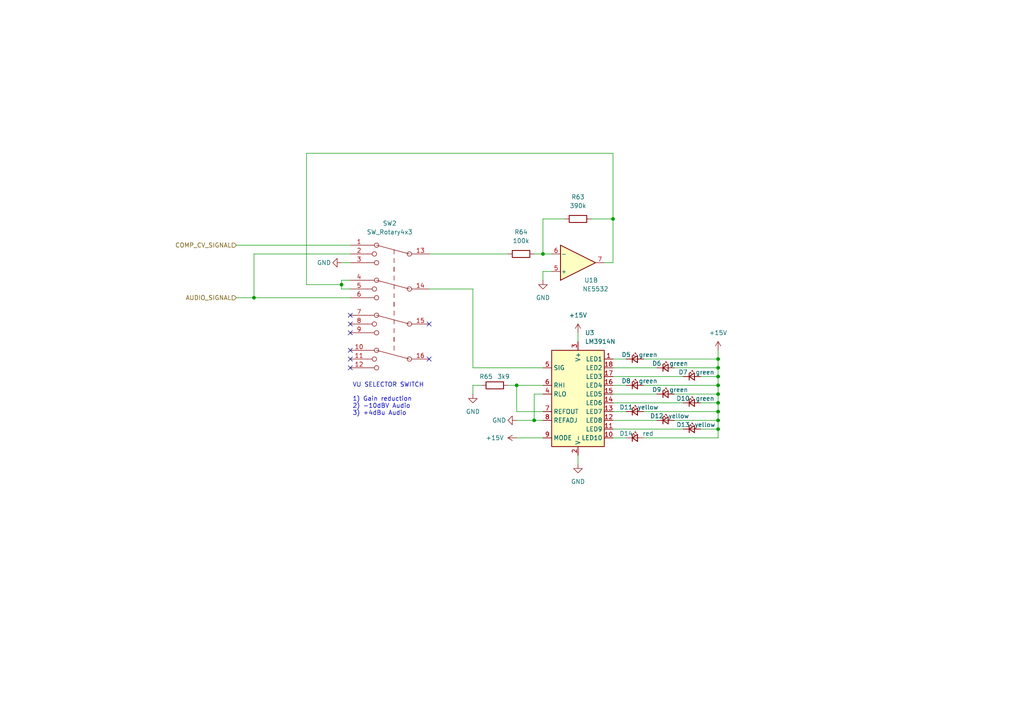
<source format=kicad_sch>
(kicad_sch (version 20211123) (generator eeschema)
  (paper "A4")
  (title_block (title "Wiggly EQ") (date "2022-08-01") (rev "0") (comment 2 "creativecommons.org/licenses/by/4.0") (comment 3 "License: CC by 4.0") (comment 4 "Author: Jordan Aceto"))
  (lib_symbols
    (symbol "Amplifier_Operational:NE5532" (pin_names (offset 0.127))
      (property "Reference" "U" (at 0 5.08 0))
      (property "Value" "NE5532" (at 0 -5.08 0))
      (symbol "NE5532_1_1"
        (polyline (pts (xy -5.08 5.08) (xy 5.08 0) (xy -5.08 -5.08) (xy -5.08 5.08)) (stroke (width 0.254)) (fill (type background)))
        (pin output line (at 7.62 0 180) (length 2.54) (name "~") (number "1"))
        (pin input line (at -7.62 -2.54 0) (length 2.54) (name "-") (number "2"))
        (pin input line (at -7.62 2.54 0) (length 2.54) (name "+") (number "3"))
      )
      (symbol "NE5532_2_1"
        (polyline (pts (xy -5.08 5.08) (xy 5.08 0) (xy -5.08 -5.08) (xy -5.08 5.08)) (stroke (width 0.254)) (fill (type background)))
        (pin input line (at -7.62 2.54 0) (length 2.54) (name "+") (number "5"))
        (pin input line (at -7.62 -2.54 0) (length 2.54) (name "-") (number "6"))
        (pin output line (at 7.62 0 180) (length 2.54) (name "~") (number "7"))
      )
      (symbol "NE5532_3_1"
        (pin power_in line (at -2.54 -7.62 90) (length 3.81) (name "V-") (number "4"))
        (pin power_in line (at -2.54 7.62 270) (length 3.81) (name "V+") (number "8"))
      )
    )
    (symbol "Device:LED_Small" (pin_numbers hide) (pin_names (offset 0.254) hide)
      (property "Reference" "D" (at -1.27 3.175 0))
      (property "Value" "LED_Small" (at -4.445 -2.54 0))
      (symbol "LED_Small_0_1"
        (polyline (pts (xy -0.762 -1.016) (xy -0.762 1.016)) (stroke (width 0.254)))
        (polyline (pts (xy 1.016 0) (xy -0.762 0)))
        (polyline (pts (xy 0.762 -1.016) (xy -0.762 0) (xy 0.762 1.016) (xy 0.762 -1.016)) (stroke (width 0.254)))
        (polyline (pts (xy 0 0.762) (xy -0.508 1.27) (xy -0.254 1.27) (xy -0.508 1.27) (xy -0.508 1.016)))
        (polyline (pts (xy 0.508 1.27) (xy 0 1.778) (xy 0.254 1.778) (xy 0 1.778) (xy 0 1.524)))
      )
      (symbol "LED_Small_1_1"
        (pin passive line (at -2.54 0 0) (length 1.778) (name "K") (number "1"))
        (pin passive line (at 2.54 0 180) (length 1.778) (name "A") (number "2"))
      )
    )
    (symbol "Device:R" (pin_numbers hide) (pin_names (offset 0))
      (property "Reference" "R" (at 2.032 0 90))
      (property "Value" "R" (at 0 0 90))
      (symbol "R_0_1"
        (rectangle (start -1.016 -2.54) (end 1.016 2.54) (stroke (width 0.254)))
      )
      (symbol "R_1_1"
        (pin passive line (at 0 3.81 270) (length 1.27) (name "~") (number "1"))
        (pin passive line (at 0 -3.81 90) (length 1.27) (name "~") (number "2"))
      )
    )
    (symbol "Driver_LED:LM3914N"
      (property "Reference" "U" (at -6.35 14.224 0))
      (property "Value" "LM3914N" (at 5.588 14.224 0))
      (symbol "LM3914N_0_1"
        (rectangle (start -7.62 12.7) (end 7.62 -15.24) (stroke (width 0.254)) (fill (type background)))
      )
      (symbol "LM3914N_1_1"
        (pin open_collector line (at 10.16 10.16 180) (length 2.54) (name "LED1") (number "1"))
        (pin open_collector line (at 10.16 -12.7 180) (length 2.54) (name "LED10") (number "10"))
        (pin open_collector line (at 10.16 -10.16 180) (length 2.54) (name "LED9") (number "11"))
        (pin open_collector line (at 10.16 -7.62 180) (length 2.54) (name "LED8") (number "12"))
        (pin open_collector line (at 10.16 -5.08 180) (length 2.54) (name "LED7") (number "13"))
        (pin open_collector line (at 10.16 -2.54 180) (length 2.54) (name "LED6") (number "14"))
        (pin open_collector line (at 10.16 0 180) (length 2.54) (name "LED5") (number "15"))
        (pin open_collector line (at 10.16 2.54 180) (length 2.54) (name "LED4") (number "16"))
        (pin open_collector line (at 10.16 5.08 180) (length 2.54) (name "LED3") (number "17"))
        (pin open_collector line (at 10.16 7.62 180) (length 2.54) (name "LED2") (number "18"))
        (pin power_in line (at 0 -17.78 90) (length 2.54) (name "V-") (number "2"))
        (pin power_in line (at 0 15.24 270) (length 2.54) (name "V+") (number "3"))
        (pin input line (at -10.16 0 0) (length 2.54) (name "RLO") (number "4"))
        (pin input line (at -10.16 7.62 0) (length 2.54) (name "SIG") (number "5"))
        (pin input line (at -10.16 2.54 0) (length 2.54) (name "RHI") (number "6"))
        (pin output line (at -10.16 -5.08 0) (length 2.54) (name "REFOUT") (number "7"))
        (pin input line (at -10.16 -7.62 0) (length 2.54) (name "REFADJ") (number "8"))
        (pin input line (at -10.16 -12.7 0) (length 2.54) (name "MODE") (number "9"))
      )
    )
    (symbol "Switch:SW_Rotary4x3" (pin_names (offset 1.016) hide)
      (property "Reference" "SW" (at 0 20.32 0))
      (property "Value" "SW_Rotary4x3" (at 0 -20.32 0))
      (symbol "SW_Rotary4x3_0_0"
        (circle (center -4.445 -15.24) (radius 0.635))
        (circle (center -4.445 -5.08) (radius 0.635))
        (circle (center -4.445 5.08) (radius 0.635))
        (circle (center -4.445 15.24) (radius 0.635))
        (polyline (pts (xy -4.445 -15.24) (xy 5.08 -12.7)))
        (polyline (pts (xy -4.445 -5.08) (xy 5.08 -2.54)))
        (polyline (pts (xy -4.445 5.08) (xy 5.08 7.62)))
        (polyline (pts (xy -4.445 15.24) (xy 5.08 17.78)))
        (polyline (pts (xy 0 -12.7) (xy 0 -11.43)))
        (polyline (pts (xy 0 -10.16) (xy 0 -8.89)))
        (polyline (pts (xy 0 -10.16) (xy 0 -8.89)))
        (polyline (pts (xy 0 -7.62) (xy 0 -6.35)))
        (polyline (pts (xy 0 -5.08) (xy 0 -3.81)))
        (polyline (pts (xy 0 -2.54) (xy 0 -1.27)))
        (polyline (pts (xy 0 0) (xy 0 1.27)))
        (polyline (pts (xy 0 0) (xy 0 1.27)))
        (polyline (pts (xy 0 2.54) (xy 0 3.81)))
        (polyline (pts (xy 0 5.08) (xy 0 6.35)))
        (polyline (pts (xy 0 7.62) (xy 0 8.89)))
        (polyline (pts (xy 0 10.16) (xy 0 11.43)))
        (polyline (pts (xy 0 10.16) (xy 0 11.43)))
        (polyline (pts (xy 0 12.7) (xy 0 13.97)))
        (polyline (pts (xy 0 15.24) (xy 0 16.51)))
        (polyline (pts (xy 5.715 -17.78) (xy 7.62 -17.78)))
        (polyline (pts (xy 5.715 -12.7) (xy 7.62 -12.7)))
        (polyline (pts (xy 5.715 -7.62) (xy 7.62 -7.62)))
        (polyline (pts (xy 5.715 -2.54) (xy 7.62 -2.54)))
        (polyline (pts (xy 5.715 2.54) (xy 7.62 2.54)))
        (polyline (pts (xy 5.715 7.62) (xy 7.62 7.62)))
        (polyline (pts (xy 5.715 12.7) (xy 7.62 12.7)))
        (polyline (pts (xy 5.715 17.78) (xy 7.62 17.78)))
        (polyline (pts (xy 6.35 -15.24) (xy 7.62 -15.24)))
        (polyline (pts (xy 6.35 -5.08) (xy 7.62 -5.08)))
        (polyline (pts (xy 6.35 5.08) (xy 7.62 5.08)))
        (polyline (pts (xy 6.35 15.24) (xy 7.62 15.24)))
        (circle (center 5.08 -17.78) (radius 0.635))
        (circle (center 5.08 -12.7) (radius 0.635))
        (circle (center 5.08 -7.62) (radius 0.635))
        (circle (center 5.08 -2.54) (radius 0.635))
        (circle (center 5.08 2.54) (radius 0.635))
        (circle (center 5.08 7.62) (radius 0.635))
        (circle (center 5.08 12.7) (radius 0.635))
        (circle (center 5.08 17.78) (radius 0.635))
        (circle (center 5.715 -15.24) (radius 0.635))
        (circle (center 5.715 -5.08) (radius 0.635))
        (circle (center 5.715 5.08) (radius 0.635))
        (circle (center 5.715 15.24) (radius 0.635))
      )
      (symbol "SW_Rotary4x3_0_1"
        (pin passive line (at 12.7 17.78 180) (length 5.08) (name "1") (number "1"))
        (pin passive line (at 12.7 -12.7 180) (length 5.08) (name "10") (number "10"))
        (pin passive line (at 12.7 -15.24 180) (length 5.08) (name "11") (number "11"))
        (pin passive line (at 12.7 -17.78 180) (length 5.08) (name "12") (number "12"))
        (pin passive line (at -10.16 15.24 0) (length 5.08) (name "13") (number "13"))
        (pin passive line (at -10.16 5.08 0) (length 5.08) (name "14") (number "14"))
        (pin passive line (at -10.16 -5.08 0) (length 5.08) (name "15") (number "15"))
        (pin passive line (at -10.16 -15.24 0) (length 5.08) (name "16") (number "16"))
        (pin passive line (at 12.7 15.24 180) (length 5.08) (name "2") (number "2"))
        (pin passive line (at 12.7 12.7 180) (length 5.08) (name "3") (number "3"))
        (pin passive line (at 12.7 7.62 180) (length 5.08) (name "4") (number "4"))
        (pin passive line (at 12.7 5.08 180) (length 5.08) (name "5") (number "5"))
        (pin passive line (at 12.7 2.54 180) (length 5.08) (name "6") (number "6"))
        (pin passive line (at 12.7 -2.54 180) (length 5.08) (name "7") (number "7"))
        (pin passive line (at 12.7 -5.08 180) (length 5.08) (name "8") (number "8"))
        (pin passive line (at 12.7 -7.62 180) (length 5.08) (name "9") (number "9"))
      )
    )
    (symbol "power:+15V" (power) (pin_names (offset 0))
      (property "Value" "+15V" (at 0 3.556 0))
      (symbol "+15V_0_1"
        (polyline (pts (xy -0.762 1.27) (xy 0 2.54)))
        (polyline (pts (xy 0 0) (xy 0 2.54)))
        (polyline (pts (xy 0 2.54) (xy 0.762 1.27)))
      )
      (symbol "+15V_1_1"
        (pin power_in line (at 0 0 90) (length 0) hide (name "+15V") (number "1"))
      )
    )
    (symbol "power:GND" (power) (pin_names (offset 0))
      (property "Value" "GND" (at 0 -3.81 0))
      (symbol "GND_0_1"
        (polyline (pts (xy 0 0) (xy 0 -1.27) (xy 1.27 -1.27) (xy 0 -2.54) (xy -1.27 -1.27) (xy 0 -1.27)))
      )
      (symbol "GND_1_1"
        (pin power_in line (at 0 0 270) (length 0) hide (name "GND") (number "1"))
      )
    )
  )
  (junction (at 208.28 104.14))
  (junction (at 208.28 106.68))
  (junction (at 208.28 124.46))
  (junction (at 154.94 121.92))
  (junction (at 208.28 109.22))
  (junction (at 157.48 73.66))
  (junction (at 177.8 63.5))
  (junction (at 208.28 119.38))
  (junction (at 208.28 116.84))
  (junction (at 208.28 111.76))
  (junction (at 73.66 86.36))
  (junction (at 99.06 82.55))
  (junction (at 208.28 114.3))
  (junction (at 149.86 111.76))
  (junction (at 208.28 121.92))
  (no_connect (at 124.46 93.98))
  (no_connect (at 124.46 104.14))
  (no_connect (at 101.6 104.14))
  (no_connect (at 101.6 91.44))
  (no_connect (at 101.6 93.98))
  (no_connect (at 101.6 96.52))
  (no_connect (at 101.6 101.6))
  (no_connect (at 101.6 106.68))
  (wire (pts (xy 157.48 63.5) (xy 163.83 63.5)))
  (wire (pts (xy 73.66 86.36) (xy 73.66 73.66)))
  (wire (pts (xy 203.2 116.84) (xy 208.28 116.84)))
  (wire (pts (xy 208.28 109.22) (xy 208.28 111.76)))
  (wire (pts (xy 195.58 121.92) (xy 208.28 121.92)))
  (wire (pts (xy 177.8 119.38) (xy 181.61 119.38)))
  (wire (pts (xy 99.06 83.82) (xy 99.06 82.55)))
  (wire (pts (xy 73.66 73.66) (xy 101.6 73.66)))
  (wire (pts (xy 177.8 106.68) (xy 190.5 106.68)))
  (wire (pts (xy 137.16 111.76) (xy 139.7 111.76)))
  (wire (pts (xy 177.8 124.46) (xy 198.12 124.46)))
  (wire (pts (xy 149.86 127) (xy 157.48 127)))
  (wire (pts (xy 208.28 106.68) (xy 208.28 109.22)))
  (wire (pts (xy 157.48 78.74) (xy 157.48 81.28)))
  (wire (pts (xy 177.8 44.45) (xy 88.9 44.45)))
  (wire (pts (xy 149.86 119.38) (xy 149.86 111.76)))
  (wire (pts (xy 186.69 119.38) (xy 208.28 119.38)))
  (wire (pts (xy 208.28 104.14) (xy 208.28 106.68)))
  (wire (pts (xy 208.28 119.38) (xy 208.28 121.92)))
  (wire (pts (xy 137.16 106.68) (xy 157.48 106.68)))
  (wire (pts (xy 177.8 109.22) (xy 198.12 109.22)))
  (wire (pts (xy 68.58 71.12) (xy 101.6 71.12)))
  (wire (pts (xy 208.28 111.76) (xy 208.28 114.3)))
  (wire (pts (xy 88.9 82.55) (xy 99.06 82.55)))
  (wire (pts (xy 177.8 127) (xy 181.61 127)))
  (wire (pts (xy 147.32 111.76) (xy 149.86 111.76)))
  (wire (pts (xy 195.58 114.3) (xy 208.28 114.3)))
  (wire (pts (xy 208.28 114.3) (xy 208.28 116.84)))
  (wire (pts (xy 177.8 114.3) (xy 190.5 114.3)))
  (wire (pts (xy 137.16 83.82) (xy 124.46 83.82)))
  (wire (pts (xy 208.28 121.92) (xy 208.28 124.46)))
  (wire (pts (xy 208.28 101.6) (xy 208.28 104.14)))
  (wire (pts (xy 154.94 121.92) (xy 149.86 121.92)))
  (wire (pts (xy 177.8 63.5) (xy 177.8 44.45)))
  (wire (pts (xy 177.8 121.92) (xy 190.5 121.92)))
  (wire (pts (xy 157.48 121.92) (xy 154.94 121.92)))
  (wire (pts (xy 203.2 124.46) (xy 208.28 124.46)))
  (wire (pts (xy 68.58 86.36) (xy 73.66 86.36)))
  (wire (pts (xy 177.8 111.76) (xy 181.61 111.76)))
  (wire (pts (xy 177.8 116.84) (xy 198.12 116.84)))
  (wire (pts (xy 149.86 111.76) (xy 157.48 111.76)))
  (wire (pts (xy 157.48 73.66) (xy 157.48 63.5)))
  (wire (pts (xy 208.28 116.84) (xy 208.28 119.38)))
  (wire (pts (xy 208.28 104.14) (xy 186.69 104.14)))
  (wire (pts (xy 88.9 44.45) (xy 88.9 82.55)))
  (wire (pts (xy 177.8 63.5) (xy 171.45 63.5)))
  (wire (pts (xy 177.8 104.14) (xy 181.61 104.14)))
  (wire (pts (xy 167.64 132.08) (xy 167.64 134.62)))
  (wire (pts (xy 186.69 111.76) (xy 208.28 111.76)))
  (wire (pts (xy 101.6 83.82) (xy 99.06 83.82)))
  (wire (pts (xy 99.06 81.28) (xy 101.6 81.28)))
  (wire (pts (xy 208.28 127) (xy 208.28 124.46)))
  (wire (pts (xy 208.28 109.22) (xy 203.2 109.22)))
  (wire (pts (xy 137.16 106.68) (xy 137.16 83.82)))
  (wire (pts (xy 157.48 119.38) (xy 149.86 119.38)))
  (wire (pts (xy 101.6 86.36) (xy 73.66 86.36)))
  (wire (pts (xy 137.16 111.76) (xy 137.16 114.3)))
  (wire (pts (xy 175.26 76.2) (xy 177.8 76.2)))
  (wire (pts (xy 157.48 114.3) (xy 154.94 114.3)))
  (wire (pts (xy 157.48 78.74) (xy 160.02 78.74)))
  (wire (pts (xy 99.06 82.55) (xy 99.06 81.28)))
  (wire (pts (xy 124.46 73.66) (xy 147.32 73.66)))
  (wire (pts (xy 101.6 76.2) (xy 99.06 76.2)))
  (wire (pts (xy 186.69 127) (xy 208.28 127)))
  (wire (pts (xy 154.94 114.3) (xy 154.94 121.92)))
  (wire (pts (xy 154.94 73.66) (xy 157.48 73.66)))
  (wire (pts (xy 167.64 96.52) (xy 167.64 99.06)))
  (wire (pts (xy 195.58 106.68) (xy 208.28 106.68)))
  (wire (pts (xy 157.48 73.66) (xy 160.02 73.66)))
  (wire (pts (xy 177.8 76.2) (xy 177.8 63.5)))
  (text "VU SELECTOR SWITCH\n\n1) Gain reduction\n2) -10dBV Audio\n3) +4dBu Audio" (at 102.235 120.65 0) (effects (font (size 1.27 1.27)) (justify left bottom)))
  (hierarchical_label "COMP_CV_SIGNAL" (shape input) (at 68.58 71.12 180))
  (hierarchical_label "AUDIO_SIGNAL" (shape input) (at 68.58 86.36 180))
  (symbol (lib_id "Device:LED_Small") (at 193.04 114.3 0) (unit 1)
    (property "Reference" "D9" (at 190.5 113.03 0))
    (property "Value" "green" (at 196.85 113.03 0))
  )
  (symbol (lib_id "power:+15V") (at 167.64 96.52 0) (unit 1)
    (property "Reference" "#PWR043" (effects hide))
    (property "Value" "+15V" (at 167.64 91.44 0))
  )
  (symbol (lib_id "power:+15V") (at 208.28 101.6 0) (unit 1)
    (property "Reference" "#PWR044" (effects hide))
    (property "Value" "+15V" (at 208.28 96.52 0))
  )
  (symbol (lib_id "Amplifier_Operational:NE5532") (at 167.64 76.2 0) (mirror x) (unit 2)
    (property "Reference" "U1" (at 171.45 81.28 0))
    (property "Value" "NE5532" (at 172.72 83.82 0))
    (property "Footprint" "Package_DIP:DIP-8_W7.62mm" (effects hide))
    (property "Datasheet" "http://www.ti.com/lit/ds/symlink/ne5532.pdf" (effects hide))
  )
  (symbol (lib_id "Device:LED_Small") (at 200.66 124.46 0) (unit 1)
    (property "Reference" "D13" (at 198.12 123.19 0))
    (property "Value" "yellow" (at 204.47 123.19 0))
  )
  (symbol (lib_id "Device:LED_Small") (at 184.15 111.76 0) (unit 1)
    (property "Reference" "D8" (at 181.61 110.49 0))
    (property "Value" "green" (at 187.96 110.49 0))
  )
  (symbol (lib_id "power:GND") (at 157.48 81.28 0) (unit 1)
    (property "Reference" "#PWR042" (effects hide))
    (property "Value" "GND" (at 157.48 86.36 0))
  )
  (symbol (lib_id "power:+15V") (at 149.86 127 90) (unit 1)
    (property "Reference" "#PWR047" (effects hide))
    (property "Value" "+15V" (at 143.51 127 90))
  )
  (symbol (lib_id "Device:LED_Small") (at 193.04 106.68 0) (unit 1)
    (property "Reference" "D6" (at 190.5 105.41 0))
    (property "Value" "green" (at 196.85 105.41 0))
  )
  (symbol (lib_id "Device:R") (at 151.13 73.66 90) (unit 1)
    (property "Reference" "R64" (at 151.13 67.31 90))
    (property "Value" "100k" (at 151.13 69.85 90))
  )
  (symbol (lib_id "Device:LED_Small") (at 184.15 104.14 0) (unit 1)
    (property "Reference" "D5" (at 181.61 102.87 0))
    (property "Value" "green" (at 187.96 102.87 0))
  )
  (symbol (lib_id "Device:LED_Small") (at 193.04 121.92 0) (unit 1)
    (property "Reference" "D12" (at 190.5 120.65 0))
    (property "Value" "yellow" (at 196.85 120.65 0))
  )
  (symbol (lib_id "power:GND") (at 99.06 76.2 270) (unit 1)
    (property "Reference" "#PWR041" (effects hide))
    (property "Value" "GND" (at 93.98 76.2 90))
  )
  (symbol (lib_id "Device:LED_Small") (at 200.66 116.84 0) (unit 1)
    (property "Reference" "D10" (at 198.12 115.57 0))
    (property "Value" "green" (at 204.47 115.57 0))
  )
  (symbol (lib_id "power:GND") (at 149.86 121.92 270) (unit 1)
    (property "Reference" "#PWR046" (effects hide))
    (property "Value" "GND" (at 144.78 121.92 90))
  )
  (symbol (lib_id "Device:R") (at 143.51 111.76 90) (unit 1)
    (property "Reference" "R65" (at 140.97 109.22 90))
    (property "Value" "3k9" (at 146.05 109.22 90))
  )
  (symbol (lib_id "Device:R") (at 167.64 63.5 90) (unit 1)
    (property "Reference" "R63" (at 167.64 57.15 90))
    (property "Value" "390k" (at 167.64 59.69 90))
  )
  (symbol (lib_id "Device:LED_Small") (at 184.15 119.38 0) (unit 1)
    (property "Reference" "D11" (at 181.61 118.11 0))
    (property "Value" "yellow" (at 187.96 118.11 0))
  )
  (symbol (lib_id "Device:LED_Small") (at 184.15 127 0) (unit 1)
    (property "Reference" "D14" (at 181.61 125.73 0))
    (property "Value" "red" (at 187.96 125.73 0))
  )
  (symbol (lib_id "power:GND") (at 167.64 134.62 0) (unit 1)
    (property "Reference" "#PWR048" (effects hide))
    (property "Value" "GND" (at 167.64 139.7 0))
  )
  (symbol (lib_id "power:GND") (at 137.16 114.3 0) (unit 1)
    (property "Reference" "#PWR045" (effects hide))
    (property "Value" "GND" (at 137.16 119.38 0))
  )
  (symbol (lib_id "Driver_LED:LM3914N") (at 167.64 114.3 0) (unit 1)
    (property "Reference" "U3" (at 169.6594 96.52 0) (effects (justify left)))
    (property "Value" "LM3914N" (at 169.6594 99.06 0) (effects (justify left)))
    (property "Footprint" "Package_DIP:DIP-18_W7.62mm" (effects hide))
    (property "Datasheet" "https://www.ti.com/lit/ds/symlink/lm3914.pdf" (effects hide))
  )
  (symbol (lib_id "Device:LED_Small") (at 200.66 109.22 0) (unit 1)
    (property "Reference" "D7" (at 198.12 107.95 0))
    (property "Value" "green" (at 204.47 107.95 0))
  )
  (symbol (lib_id "Switch:SW_Rotary4x3") (at 114.3 88.9 0) (mirror y) (unit 1)
    (property "Reference" "SW2" (at 113.03 64.77 0))
    (property "Value" "SW_Rotary4x3" (at 113.03 67.31 0))
    (property "Datasheet" "http://cdn-reichelt.de/documents/datenblatt/C200/DS-Serie%23LOR.pdf" (effects hide))
  )
)
</source>
